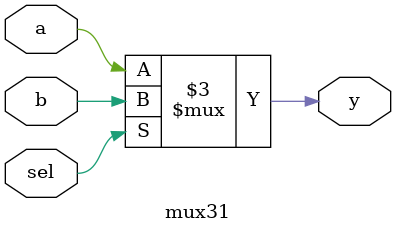
<source format=v>
module mux31 (input a, b, sel,
                        output reg y);

    always @(*) begin
        if (sel)
            y = b;
        else
            y = a;
    end

endmodule
</source>
